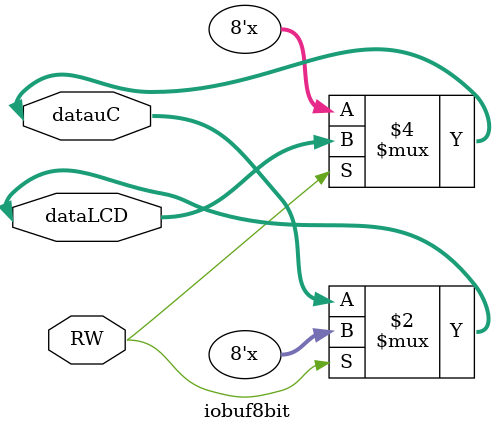
<source format=v>
module iobuf8bit(dataLCD, datauC,RW);

inout [7:0] dataLCD;
inout [7:0] datauC;
input RW;


assign dataLCD =(RW==0)? datauC:	8'hzz;
assign datauC  =(RW==1) ? dataLCD:	8'hzz;

endmodule
</source>
